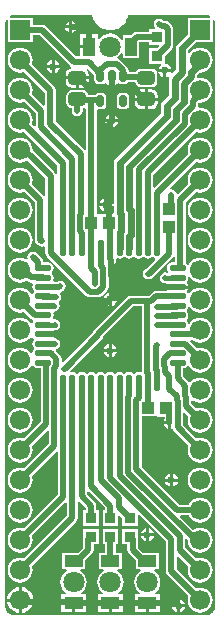
<source format=gbl>
G04*
G04 #@! TF.GenerationSoftware,Altium Limited,Altium Designer,21.0.8 (223)*
G04*
G04 Layer_Physical_Order=2*
G04 Layer_Color=16711680*
%FSLAX25Y25*%
%MOIN*%
G70*
G04*
G04 #@! TF.SameCoordinates,A92B238D-CFD9-4CD7-8B95-F340C1F2EFB7*
G04*
G04*
G04 #@! TF.FilePolarity,Positive*
G04*
G01*
G75*
%ADD14C,0.01968*%
%ADD15C,0.01575*%
%ADD16C,0.06693*%
%ADD17R,0.06693X0.06693*%
%ADD18C,0.07087*%
%ADD19C,0.02362*%
%ADD20C,0.01968*%
G04:AMPARAMS|DCode=21|XSize=45.28mil|YSize=57.09mil|CornerRadius=11.32mil|HoleSize=0mil|Usage=FLASHONLY|Rotation=270.000|XOffset=0mil|YOffset=0mil|HoleType=Round|Shape=RoundedRectangle|*
%AMROUNDEDRECTD21*
21,1,0.04528,0.03445,0,0,270.0*
21,1,0.02264,0.05709,0,0,270.0*
1,1,0.02264,-0.01722,-0.01132*
1,1,0.02264,-0.01722,0.01132*
1,1,0.02264,0.01722,0.01132*
1,1,0.02264,0.01722,-0.01132*
%
%ADD21ROUNDEDRECTD21*%
%ADD22R,0.04134X0.03937*%
G04:AMPARAMS|DCode=23|XSize=23.62mil|YSize=39.37mil|CornerRadius=5.91mil|HoleSize=0mil|Usage=FLASHONLY|Rotation=0.000|XOffset=0mil|YOffset=0mil|HoleType=Round|Shape=RoundedRectangle|*
%AMROUNDEDRECTD23*
21,1,0.02362,0.02756,0,0,0.0*
21,1,0.01181,0.03937,0,0,0.0*
1,1,0.01181,0.00591,-0.01378*
1,1,0.01181,-0.00591,-0.01378*
1,1,0.01181,-0.00591,0.01378*
1,1,0.01181,0.00591,0.01378*
%
%ADD23ROUNDEDRECTD23*%
%ADD24R,0.03937X0.06299*%
%ADD25R,0.06299X0.03937*%
%ADD26R,0.03740X0.03543*%
%ADD27O,0.05512X0.02165*%
%ADD28O,0.02165X0.05512*%
%ADD29R,0.03937X0.04134*%
%ADD30C,0.02362*%
G36*
X68869Y200866D02*
X69412Y200641D01*
X69423Y200634D01*
X69271Y200134D01*
X61866D01*
Y194705D01*
X58495Y191334D01*
X58060Y190683D01*
X57908Y189915D01*
Y182717D01*
X56721Y181530D01*
X56285Y181801D01*
X56328Y182021D01*
X54704D01*
Y180396D01*
X55055Y180466D01*
X55278Y180615D01*
X55638Y180254D01*
X55591Y180184D01*
X55439Y179416D01*
Y174145D01*
X53360Y172067D01*
X52925Y171416D01*
X52772Y170648D01*
Y168179D01*
X37730Y153137D01*
X37295Y152486D01*
X37143Y151718D01*
Y138158D01*
X36643Y138109D01*
X36555Y138551D01*
X36072Y139272D01*
X35351Y139754D01*
X35000Y139824D01*
Y137700D01*
Y135576D01*
X35351Y135645D01*
X36072Y136127D01*
X36555Y136849D01*
X36643Y137291D01*
X37143Y137242D01*
Y135075D01*
X36694Y134768D01*
X36105D01*
Y131800D01*
X35105D01*
Y134768D01*
X32539D01*
Y134556D01*
X31506D01*
Y169179D01*
X32006Y169576D01*
X32169Y169544D01*
X33350D01*
X33888Y169651D01*
X34344Y169955D01*
X34648Y170411D01*
X34755Y170949D01*
Y173705D01*
X34648Y174242D01*
X34344Y174698D01*
X33888Y175003D01*
X33350Y175110D01*
X32169D01*
X31632Y175003D01*
X31176Y174698D01*
X31009Y174448D01*
X28608D01*
X28530Y174837D01*
X28106Y175472D01*
X27471Y175897D01*
X26722Y176046D01*
X23278D01*
X22529Y175897D01*
X21894Y175472D01*
X21470Y174837D01*
X21321Y174089D01*
Y171825D01*
X21470Y171076D01*
X21894Y170441D01*
X22529Y170017D01*
X23194Y169885D01*
Y169078D01*
X23331Y168386D01*
X23723Y167800D01*
X24309Y167409D01*
X25000Y167271D01*
X25691Y167409D01*
X26277Y167800D01*
X26669Y168386D01*
X26806Y169078D01*
Y169885D01*
X27394Y170001D01*
X27894Y169772D01*
Y156242D01*
X27567Y156089D01*
X27394Y156069D01*
X17878Y165585D01*
Y175928D01*
X17741Y176620D01*
X17349Y177206D01*
X9912Y184643D01*
X10028Y184921D01*
X10170Y186000D01*
X10028Y187079D01*
X9611Y188085D01*
X8948Y188948D01*
X8085Y189611D01*
X7079Y190027D01*
X6000Y190170D01*
X4921Y190027D01*
X3915Y189611D01*
X3052Y188948D01*
X2389Y188085D01*
X1973Y187079D01*
X1830Y186000D01*
X1973Y184921D01*
X2389Y183915D01*
X3052Y183052D01*
X3915Y182389D01*
X4921Y181973D01*
X6000Y181831D01*
X7079Y181973D01*
X7358Y182088D01*
X14266Y175180D01*
Y170996D01*
X13766Y170789D01*
X9912Y174643D01*
X10028Y174921D01*
X10170Y176000D01*
X10028Y177079D01*
X9611Y178085D01*
X8948Y178948D01*
X8085Y179611D01*
X7079Y180027D01*
X6000Y180169D01*
X4921Y180027D01*
X3915Y179611D01*
X3052Y178948D01*
X2389Y178085D01*
X1973Y177079D01*
X1830Y176000D01*
X1973Y174921D01*
X2389Y173915D01*
X3052Y173052D01*
X3915Y172389D01*
X4921Y171973D01*
X6000Y171830D01*
X7079Y171973D01*
X7358Y172088D01*
X11116Y168330D01*
Y164146D01*
X10616Y163939D01*
X9912Y164643D01*
X10028Y164921D01*
X10170Y166000D01*
X10028Y167079D01*
X9611Y168085D01*
X8948Y168948D01*
X8085Y169611D01*
X7079Y170027D01*
X6000Y170169D01*
X4921Y170027D01*
X3915Y169611D01*
X3052Y168948D01*
X2389Y168085D01*
X1973Y167079D01*
X1830Y166000D01*
X1973Y164921D01*
X2389Y163915D01*
X3052Y163052D01*
X3915Y162389D01*
X4921Y161973D01*
X6000Y161830D01*
X7079Y161973D01*
X7358Y162088D01*
X18347Y151098D01*
Y147950D01*
X17847Y147900D01*
X17819Y148041D01*
X17428Y148627D01*
X10513Y155542D01*
X10142Y155790D01*
X10170Y156000D01*
X10028Y157079D01*
X9611Y158085D01*
X8948Y158948D01*
X8085Y159611D01*
X7079Y160027D01*
X6000Y160169D01*
X4921Y160027D01*
X3915Y159611D01*
X3052Y158948D01*
X2389Y158085D01*
X1973Y157079D01*
X1830Y156000D01*
X1973Y154921D01*
X2389Y153915D01*
X3052Y153052D01*
X3915Y152389D01*
X4921Y151973D01*
X6000Y151830D01*
X7079Y151973D01*
X8085Y152389D01*
X8347Y152591D01*
X8357Y152589D01*
X14344Y146601D01*
Y140899D01*
X13844Y140710D01*
X9912Y144642D01*
X10028Y144921D01*
X10170Y146000D01*
X10028Y147079D01*
X9611Y148085D01*
X8948Y148948D01*
X8085Y149611D01*
X7079Y150027D01*
X6000Y150170D01*
X4921Y150027D01*
X3915Y149611D01*
X3052Y148948D01*
X2389Y148085D01*
X1973Y147079D01*
X1830Y146000D01*
X1973Y144921D01*
X2389Y143915D01*
X3052Y143052D01*
X3915Y142389D01*
X4921Y141973D01*
X6000Y141831D01*
X7079Y141973D01*
X7358Y142088D01*
X10894Y138552D01*
Y125997D01*
X11031Y125306D01*
X11423Y124720D01*
X11871Y124271D01*
X12457Y123880D01*
X13149Y123742D01*
X13840Y123880D01*
X13903Y123922D01*
X14344Y123686D01*
Y121734D01*
X14481Y121043D01*
X14873Y120457D01*
X27863Y107467D01*
X28449Y107075D01*
X29141Y106938D01*
X32041D01*
X32733Y107075D01*
X33319Y107467D01*
X34933Y109081D01*
X35325Y109667D01*
X35462Y110359D01*
Y116593D01*
X35341Y117201D01*
X35500Y117445D01*
Y119602D01*
X36500D01*
Y117679D01*
X36774Y117733D01*
X37431Y118172D01*
X37869Y118828D01*
X38023Y119602D01*
X38020Y119620D01*
X38474Y119897D01*
X39150Y119763D01*
X39879Y119908D01*
X40395Y120253D01*
X40724Y120293D01*
X41053Y120253D01*
X41570Y119908D01*
X42299Y119763D01*
X43029Y119908D01*
X43545Y120253D01*
X43874Y120293D01*
X44203Y120253D01*
X44719Y119908D01*
X45449Y119763D01*
X46178Y119908D01*
X46695Y120253D01*
X47024Y120293D01*
X47353Y120253D01*
X47869Y119908D01*
X48598Y119763D01*
X49328Y119908D01*
X49844Y120253D01*
X50173Y120293D01*
X50502Y120253D01*
X50864Y120011D01*
X51001Y119440D01*
X47928Y116367D01*
X47907Y116363D01*
X47321Y115972D01*
X46930Y115386D01*
X46792Y114694D01*
X46930Y114003D01*
X47321Y113417D01*
X47907Y113025D01*
X48598Y112888D01*
X48810D01*
X49501Y113025D01*
X50087Y113417D01*
X56877Y120207D01*
X57034Y120442D01*
X57534Y120290D01*
Y118556D01*
X56768D01*
X56038Y118411D01*
X55419Y117998D01*
X55006Y117379D01*
X54861Y116650D01*
X55006Y115920D01*
X55283Y115506D01*
X55279Y115486D01*
X55265Y115455D01*
X54955Y115096D01*
X54400Y115206D01*
X53709Y115069D01*
X53123Y114677D01*
X52731Y114091D01*
X52594Y113400D01*
X52731Y112709D01*
X53123Y112123D01*
X53709Y111731D01*
X54400Y111594D01*
X54506Y111615D01*
X54807Y111165D01*
X54806Y111163D01*
X54744Y110850D01*
X58441D01*
X62138D01*
X62076Y111163D01*
X61708Y111714D01*
X61462Y112152D01*
X61876Y112770D01*
X62021Y113500D01*
X62001Y113600D01*
X62469Y113811D01*
X63052Y113052D01*
X63915Y112389D01*
X64921Y111973D01*
X66000Y111830D01*
X67079Y111973D01*
X68085Y112389D01*
X68948Y113052D01*
X69611Y113915D01*
X70027Y114921D01*
X70170Y116000D01*
X70027Y117079D01*
X69611Y118085D01*
X68948Y118948D01*
X68085Y119611D01*
X67079Y120027D01*
X66000Y120169D01*
X64921Y120027D01*
X63915Y119611D01*
X63052Y118948D01*
X62389Y118085D01*
X62242Y117731D01*
X61678Y117675D01*
X61462Y117998D01*
X61146Y118209D01*
Y138592D01*
X64642Y142088D01*
X64921Y141973D01*
X66000Y141831D01*
X67079Y141973D01*
X68085Y142389D01*
X68948Y143052D01*
X69611Y143915D01*
X70027Y144921D01*
X70170Y146000D01*
X70027Y147079D01*
X69611Y148085D01*
X68948Y148948D01*
X68085Y149611D01*
X67079Y150027D01*
X66000Y150170D01*
X64921Y150027D01*
X63915Y149611D01*
X63052Y148948D01*
X62389Y148085D01*
X61973Y147079D01*
X61831Y146000D01*
X61973Y144921D01*
X62088Y144642D01*
X58714Y141269D01*
X58172Y141433D01*
X58124Y141674D01*
X57685Y142331D01*
X57029Y142769D01*
X56255Y142923D01*
X56167Y142906D01*
X55921Y143367D01*
X64642Y152088D01*
X64921Y151973D01*
X66000Y151830D01*
X67079Y151973D01*
X68085Y152389D01*
X68948Y153052D01*
X69611Y153915D01*
X70027Y154921D01*
X70170Y156000D01*
X70027Y157079D01*
X69611Y158085D01*
X68948Y158948D01*
X68085Y159611D01*
X67079Y160027D01*
X66000Y160169D01*
X64921Y160027D01*
X63915Y159611D01*
X63052Y158948D01*
X62389Y158085D01*
X61973Y157079D01*
X61831Y156000D01*
X61973Y154921D01*
X62088Y154642D01*
X50905Y143459D01*
X50405Y143667D01*
Y147850D01*
X64642Y162088D01*
X64921Y161973D01*
X66000Y161830D01*
X67079Y161973D01*
X68085Y162389D01*
X68948Y163052D01*
X69611Y163915D01*
X70027Y164921D01*
X70170Y166000D01*
X70027Y167079D01*
X69611Y168085D01*
X68948Y168948D01*
X68085Y169611D01*
X67079Y170027D01*
X66000Y170169D01*
X65735Y170135D01*
X65314Y170583D01*
X65354Y170786D01*
Y171521D01*
X65703Y171870D01*
X66000Y171830D01*
X67079Y171973D01*
X68085Y172389D01*
X68948Y173052D01*
X69611Y173915D01*
X70027Y174921D01*
X70170Y176000D01*
X70027Y177079D01*
X69611Y178085D01*
X68948Y178948D01*
X68085Y179611D01*
X67079Y180027D01*
X66000Y180169D01*
X65388Y180089D01*
X65046Y180454D01*
X65071Y180581D01*
Y181061D01*
X65859Y181849D01*
X66000Y181831D01*
X67079Y181973D01*
X68085Y182389D01*
X68948Y183052D01*
X69611Y183915D01*
X70027Y184921D01*
X70170Y186000D01*
X70027Y187079D01*
X69611Y188085D01*
X68948Y188948D01*
X68085Y189611D01*
X67079Y190027D01*
X66000Y190170D01*
X64921Y190027D01*
X63915Y189611D01*
X63052Y188948D01*
X62695Y188483D01*
X62016Y188399D01*
X61922Y188473D01*
Y189083D01*
X64705Y191866D01*
X70134D01*
Y199271D01*
X70634Y199423D01*
X70641Y199412D01*
X70866Y198869D01*
X70981Y198293D01*
Y198000D01*
Y4000D01*
Y3706D01*
X70866Y3131D01*
X70641Y2588D01*
X70315Y2100D01*
X69900Y1685D01*
X69412Y1359D01*
X68869Y1134D01*
X68294Y1020D01*
X3706D01*
X3131Y1134D01*
X2588Y1359D01*
X2100Y1685D01*
X1685Y2100D01*
X1359Y2588D01*
X1134Y3131D01*
X1020Y3706D01*
Y4000D01*
Y198000D01*
Y198294D01*
X1134Y198869D01*
X1359Y199412D01*
X1366Y199423D01*
X1866Y199271D01*
Y191866D01*
X10134D01*
Y194194D01*
X12445D01*
X22534Y184105D01*
X22988Y183801D01*
X22930Y183280D01*
X22446Y183183D01*
X21741Y182712D01*
X21269Y182007D01*
X21104Y181175D01*
Y180543D01*
X25000D01*
Y180043D01*
D01*
Y180543D01*
X28896D01*
Y181175D01*
X28731Y182007D01*
X28259Y182712D01*
X28148Y182787D01*
X28241Y183326D01*
X28320Y183346D01*
X30764Y180902D01*
Y179295D01*
X30871Y178758D01*
X31176Y178302D01*
X31632Y177997D01*
X32169Y177890D01*
X33350D01*
X33888Y177997D01*
X34344Y178302D01*
X34818Y178112D01*
X35289Y177797D01*
X35909Y177674D01*
X36000D01*
Y180673D01*
X37000D01*
Y177674D01*
X37091D01*
X37711Y177797D01*
X38182Y178112D01*
X38656Y178302D01*
X39112Y177997D01*
X39650Y177890D01*
X40831D01*
X41368Y177997D01*
X41824Y178302D01*
X41991Y178552D01*
X44392D01*
X44470Y178163D01*
X44894Y177528D01*
X45529Y177103D01*
X46278Y176954D01*
X49722D01*
X50471Y177103D01*
X51106Y177528D01*
X51530Y178163D01*
X51679Y178911D01*
Y181175D01*
X51530Y181924D01*
X51106Y182559D01*
X50471Y182983D01*
X49722Y183132D01*
X46278D01*
X45529Y182983D01*
X44894Y182559D01*
X44630Y182165D01*
X42213D01*
X42129Y182589D01*
X41992Y182793D01*
X41909Y183212D01*
X41517Y183798D01*
X39428Y185888D01*
X38842Y186279D01*
X38518Y186343D01*
X38394Y186878D01*
X39089Y187411D01*
X39744Y188265D01*
X39915Y188261D01*
X40244Y188124D01*
Y186563D01*
X45756D01*
Y191882D01*
X45767Y191894D01*
X48943D01*
Y191141D01*
X52231D01*
X52422Y190679D01*
X51703Y189960D01*
X48943D01*
Y184842D01*
X52852D01*
X53004Y184342D01*
X52631Y184093D01*
X52149Y183372D01*
X52079Y183021D01*
X56328D01*
X56258Y183372D01*
X55776Y184093D01*
X55055Y184575D01*
X54678Y184650D01*
X54258Y184842D01*
X54258Y185226D01*
Y187405D01*
X56519Y189667D01*
X56911Y190253D01*
X57048Y190944D01*
Y196205D01*
X56911Y196897D01*
X56519Y197483D01*
X55481Y198521D01*
X54895Y198912D01*
X54204Y199050D01*
X53905D01*
X53656Y199299D01*
X53070Y199690D01*
X52378Y199828D01*
X51687Y199690D01*
X51101Y199299D01*
X50709Y198713D01*
X50572Y198022D01*
X50709Y197330D01*
X51091Y196759D01*
X51050Y196540D01*
X50933Y196259D01*
X48943D01*
Y195506D01*
X45019D01*
X44328Y195369D01*
X43742Y194977D01*
X43201Y194437D01*
X40244D01*
Y192876D01*
X39915Y192739D01*
X39744Y192735D01*
X39089Y193589D01*
X38184Y194283D01*
X37130Y194719D01*
X36000Y194868D01*
X34870Y194719D01*
X33816Y194283D01*
X32911Y193589D01*
X32469Y193012D01*
X31969Y193181D01*
Y194650D01*
X29500D01*
Y190500D01*
X29000D01*
Y190000D01*
X26032D01*
Y187188D01*
X24559D01*
X14470Y197277D01*
X13884Y197669D01*
X13193Y197806D01*
X10134D01*
Y200134D01*
X2729D01*
X2577Y200634D01*
X2588Y200641D01*
X3131Y200866D01*
X3706Y200980D01*
X29987D01*
X29999Y200952D01*
X30003Y200910D01*
X30026Y200830D01*
X30031Y200747D01*
X30178Y200184D01*
X30216Y200105D01*
X30236Y200020D01*
X30716Y198963D01*
X30784Y198868D01*
X30836Y198763D01*
X31543Y197843D01*
X31631Y197766D01*
X31705Y197676D01*
X32602Y196940D01*
X32705Y196885D01*
X32798Y196814D01*
X33839Y196301D01*
X33952Y196271D01*
X34058Y196223D01*
X35188Y195960D01*
X35305Y195956D01*
X35420Y195933D01*
X36580D01*
X36695Y195956D01*
X36812Y195960D01*
X37942Y196223D01*
X38048Y196271D01*
X38161Y196301D01*
X39202Y196814D01*
X39295Y196885D01*
X39398Y196940D01*
X40295Y197676D01*
X40369Y197766D01*
X40457Y197843D01*
X41164Y198763D01*
X41216Y198868D01*
X41284Y198963D01*
X41764Y200020D01*
X41780Y200090D01*
X41814Y200153D01*
X41978Y200712D01*
X41991Y200857D01*
X42016Y200980D01*
X68293D01*
X68869Y200866D01*
D02*
G37*
%LPC*%
G36*
X23400Y199000D02*
Y197576D01*
X24824D01*
X24769Y197851D01*
X24331Y198507D01*
X23674Y198945D01*
X23400Y199000D01*
D02*
G37*
G36*
X22400D02*
X22126Y198945D01*
X21469Y198507D01*
X21031Y197851D01*
X20976Y197576D01*
X22400D01*
Y199000D01*
D02*
G37*
G36*
X24824Y196576D02*
X23400D01*
Y195153D01*
X23674Y195207D01*
X24331Y195646D01*
X24769Y196302D01*
X24824Y196576D01*
D02*
G37*
G36*
X22400D02*
X20976D01*
X21031Y196302D01*
X21469Y195646D01*
X22126Y195207D01*
X22400Y195153D01*
Y196576D01*
D02*
G37*
G36*
X28500Y194650D02*
X26032D01*
Y191000D01*
X28500D01*
Y194650D01*
D02*
G37*
G36*
X17500Y185925D02*
Y184301D01*
X19124D01*
X19055Y184652D01*
X18573Y185374D01*
X17851Y185856D01*
X17500Y185925D01*
D02*
G37*
G36*
X16500D02*
X16149Y185856D01*
X15428Y185374D01*
X14945Y184652D01*
X14876Y184301D01*
X16500D01*
Y185925D01*
D02*
G37*
G36*
X19124Y183301D02*
X17500D01*
Y181677D01*
X17851Y181746D01*
X18573Y182229D01*
X19055Y182950D01*
X19124Y183301D01*
D02*
G37*
G36*
X16500D02*
X14876D01*
X14945Y182950D01*
X15428Y182229D01*
X16149Y181746D01*
X16500Y181677D01*
Y183301D01*
D02*
G37*
G36*
X53704Y182021D02*
X52079D01*
X52149Y181670D01*
X52631Y180948D01*
X53353Y180466D01*
X53704Y180396D01*
Y182021D01*
D02*
G37*
G36*
X28896Y179543D02*
X25500D01*
Y176738D01*
X26722D01*
X27554Y176903D01*
X28259Y177374D01*
X28731Y178080D01*
X28896Y178911D01*
Y179543D01*
D02*
G37*
G36*
X24500D02*
X21104D01*
Y178911D01*
X21269Y178080D01*
X21741Y177374D01*
X22446Y176903D01*
X23278Y176738D01*
X24500D01*
Y179543D01*
D02*
G37*
G36*
X49722Y176262D02*
X48500D01*
Y173457D01*
X51896D01*
Y174089D01*
X51731Y174920D01*
X51259Y175626D01*
X50554Y176097D01*
X49722Y176262D01*
D02*
G37*
G36*
X47500D02*
X46278D01*
X45446Y176097D01*
X44741Y175626D01*
X44269Y174920D01*
X44104Y174089D01*
Y173457D01*
X47500D01*
Y176262D01*
D02*
G37*
G36*
X51896Y172457D02*
X48500D01*
Y169651D01*
X49722D01*
X50554Y169817D01*
X51259Y170288D01*
X51731Y170993D01*
X51896Y171825D01*
Y172457D01*
D02*
G37*
G36*
X47500D02*
X44104D01*
Y171825D01*
X44269Y170993D01*
X44741Y170288D01*
X45446Y169817D01*
X46278Y169651D01*
X47500D01*
Y172457D01*
D02*
G37*
G36*
X40831Y175110D02*
X39650D01*
X39112Y175003D01*
X38656Y174698D01*
X38352Y174242D01*
X38245Y173705D01*
Y170949D01*
X38352Y170411D01*
X38656Y169955D01*
X39112Y169651D01*
X39650Y169544D01*
X40831D01*
X41368Y169651D01*
X41824Y169955D01*
X42129Y170411D01*
X42236Y170949D01*
Y173705D01*
X42129Y174242D01*
X41824Y174698D01*
X41368Y175003D01*
X40831Y175110D01*
D02*
G37*
G36*
X37000Y167870D02*
Y166245D01*
X38624D01*
X38555Y166596D01*
X38072Y167318D01*
X37351Y167800D01*
X37000Y167870D01*
D02*
G37*
G36*
X36000D02*
X35649Y167800D01*
X34927Y167318D01*
X34445Y166596D01*
X34376Y166245D01*
X36000D01*
Y167870D01*
D02*
G37*
G36*
X38624Y165245D02*
X37000D01*
Y163621D01*
X37351Y163691D01*
X38072Y164173D01*
X38555Y164894D01*
X38624Y165245D01*
D02*
G37*
G36*
X36000D02*
X34376D01*
X34445Y164894D01*
X34927Y164173D01*
X35649Y163691D01*
X36000Y163621D01*
Y165245D01*
D02*
G37*
G36*
X34000Y139824D02*
X33649Y139754D01*
X32928Y139272D01*
X32445Y138551D01*
X32376Y138200D01*
X34000D01*
Y139824D01*
D02*
G37*
G36*
Y137200D02*
X32376D01*
X32445Y136849D01*
X32928Y136127D01*
X33649Y135645D01*
X34000Y135576D01*
Y137200D01*
D02*
G37*
G36*
X66000Y140170D02*
X64921Y140027D01*
X63915Y139611D01*
X63052Y138948D01*
X62389Y138085D01*
X61973Y137079D01*
X61831Y136000D01*
X61973Y134921D01*
X62389Y133915D01*
X63052Y133052D01*
X63915Y132389D01*
X64921Y131973D01*
X66000Y131831D01*
X67079Y131973D01*
X68085Y132389D01*
X68948Y133052D01*
X69611Y133915D01*
X70027Y134921D01*
X70170Y136000D01*
X70027Y137079D01*
X69611Y138085D01*
X68948Y138948D01*
X68085Y139611D01*
X67079Y140027D01*
X66000Y140170D01*
D02*
G37*
G36*
X6000D02*
X4921Y140027D01*
X3915Y139611D01*
X3052Y138948D01*
X2389Y138085D01*
X1973Y137079D01*
X1830Y136000D01*
X1973Y134921D01*
X2389Y133915D01*
X3052Y133052D01*
X3915Y132389D01*
X4921Y131973D01*
X6000Y131831D01*
X7079Y131973D01*
X8085Y132389D01*
X8948Y133052D01*
X9611Y133915D01*
X10028Y134921D01*
X10170Y136000D01*
X10028Y137079D01*
X9611Y138085D01*
X8948Y138948D01*
X8085Y139611D01*
X7079Y140027D01*
X6000Y140170D01*
D02*
G37*
G36*
X66000Y130169D02*
X64921Y130027D01*
X63915Y129611D01*
X63052Y128948D01*
X62389Y128085D01*
X61973Y127079D01*
X61831Y126000D01*
X61973Y124921D01*
X62389Y123915D01*
X63052Y123052D01*
X63915Y122389D01*
X64921Y121973D01*
X66000Y121830D01*
X67079Y121973D01*
X68085Y122389D01*
X68948Y123052D01*
X69611Y123915D01*
X70027Y124921D01*
X70170Y126000D01*
X70027Y127079D01*
X69611Y128085D01*
X68948Y128948D01*
X68085Y129611D01*
X67079Y130027D01*
X66000Y130169D01*
D02*
G37*
G36*
X6000D02*
X4921Y130027D01*
X3915Y129611D01*
X3052Y128948D01*
X2389Y128085D01*
X1973Y127079D01*
X1830Y126000D01*
X1973Y124921D01*
X2389Y123915D01*
X3052Y123052D01*
X3915Y122389D01*
X4921Y121973D01*
X6000Y121830D01*
X7079Y121973D01*
X8085Y122389D01*
X8948Y123052D01*
X9611Y123915D01*
X10028Y124921D01*
X10170Y126000D01*
X10028Y127079D01*
X9611Y128085D01*
X8948Y128948D01*
X8085Y129611D01*
X7079Y130027D01*
X6000Y130169D01*
D02*
G37*
G36*
X10200Y122106D02*
X9509Y121969D01*
X8923Y121577D01*
X8531Y120991D01*
X8394Y120300D01*
X8463Y119951D01*
X8242Y119752D01*
X8015Y119640D01*
X7079Y120027D01*
X6000Y120169D01*
X4921Y120027D01*
X3915Y119611D01*
X3052Y118948D01*
X2389Y118085D01*
X1973Y117079D01*
X1830Y116000D01*
X1973Y114921D01*
X2389Y113915D01*
X3052Y113052D01*
X3915Y112389D01*
X4921Y111973D01*
X6000Y111830D01*
X7079Y111973D01*
X8085Y112389D01*
X8226Y112498D01*
X8463Y112260D01*
X9049Y111869D01*
X9741Y111731D01*
X9958D01*
X10225Y111231D01*
X10124Y111080D01*
X9979Y110350D01*
X10124Y109621D01*
X10538Y109002D01*
Y108549D01*
X10181Y108015D01*
X9855Y107984D01*
X9634Y108028D01*
X9611Y108085D01*
X8948Y108948D01*
X8085Y109611D01*
X7079Y110027D01*
X6000Y110169D01*
X4921Y110027D01*
X3915Y109611D01*
X3052Y108948D01*
X2389Y108085D01*
X1973Y107079D01*
X1830Y106000D01*
X1973Y104921D01*
X2389Y103915D01*
X3052Y103052D01*
X3915Y102389D01*
X4921Y101973D01*
X6000Y101830D01*
X7079Y101973D01*
X7287Y102059D01*
X9684Y99662D01*
X10118Y99372D01*
X10297Y98874D01*
X10306Y98753D01*
X10124Y98482D01*
X10080Y98259D01*
X9845Y98172D01*
X9551Y98163D01*
X8948Y98948D01*
X8085Y99611D01*
X7079Y100027D01*
X6000Y100170D01*
X4921Y100027D01*
X3915Y99611D01*
X3052Y98948D01*
X2389Y98085D01*
X1973Y97079D01*
X1830Y96000D01*
X1973Y94921D01*
X2389Y93915D01*
X3052Y93052D01*
X3915Y92389D01*
X4921Y91973D01*
X6000Y91830D01*
X7079Y91973D01*
X8085Y92389D01*
X8948Y93052D01*
X9437Y93688D01*
X9558Y93713D01*
X10018Y93649D01*
X10292Y93239D01*
X10538Y92801D01*
X10124Y92182D01*
X9979Y91453D01*
X10124Y90723D01*
X10469Y90207D01*
X10510Y89878D01*
X10469Y89549D01*
X10124Y89033D01*
X9999Y88401D01*
X9696Y88264D01*
X9495Y88236D01*
X8948Y88948D01*
X8085Y89611D01*
X7079Y90027D01*
X6000Y90170D01*
X4921Y90027D01*
X3915Y89611D01*
X3052Y88948D01*
X2389Y88085D01*
X1973Y87079D01*
X1830Y86000D01*
X1973Y84921D01*
X2389Y83915D01*
X3052Y83052D01*
X3915Y82389D01*
X4921Y81973D01*
X6000Y81831D01*
X7079Y81973D01*
X8085Y82389D01*
X8948Y83052D01*
X9611Y83915D01*
X9708Y84149D01*
X10272Y84203D01*
X10538Y83805D01*
X11156Y83392D01*
X11886Y83247D01*
X12794D01*
Y65348D01*
X7358Y59912D01*
X7079Y60027D01*
X6000Y60170D01*
X4921Y60027D01*
X3915Y59611D01*
X3052Y58948D01*
X2389Y58085D01*
X1973Y57079D01*
X1830Y56000D01*
X1973Y54921D01*
X2389Y53915D01*
X3052Y53052D01*
X3915Y52389D01*
X4921Y51973D01*
X6000Y51831D01*
X7079Y51973D01*
X8085Y52389D01*
X8948Y53052D01*
X9611Y53915D01*
X10028Y54921D01*
X10170Y56000D01*
X10028Y57079D01*
X9912Y57358D01*
X15129Y62575D01*
X15591Y62383D01*
Y58146D01*
X7358Y49912D01*
X7079Y50027D01*
X6000Y50169D01*
X4921Y50027D01*
X3915Y49611D01*
X3052Y48948D01*
X2389Y48085D01*
X1973Y47079D01*
X1830Y46000D01*
X1973Y44921D01*
X2389Y43915D01*
X3052Y43052D01*
X3915Y42389D01*
X4921Y41973D01*
X6000Y41831D01*
X7079Y41973D01*
X8085Y42389D01*
X8948Y43052D01*
X9611Y43915D01*
X10028Y44921D01*
X10170Y46000D01*
X10028Y47079D01*
X9912Y47357D01*
X17984Y55429D01*
X18446Y55238D01*
Y41000D01*
X7358Y29912D01*
X7079Y30027D01*
X6000Y30169D01*
X4921Y30027D01*
X3915Y29611D01*
X3052Y28948D01*
X2389Y28085D01*
X1973Y27079D01*
X1830Y26000D01*
X1973Y24921D01*
X2389Y23915D01*
X3052Y23052D01*
X3915Y22389D01*
X4921Y21973D01*
X6000Y21831D01*
X7079Y21973D01*
X8085Y22389D01*
X8948Y23052D01*
X9611Y23915D01*
X10028Y24921D01*
X10170Y26000D01*
X10028Y27079D01*
X9912Y27358D01*
X21095Y38541D01*
X21595Y38333D01*
Y34150D01*
X7358Y19912D01*
X7079Y20027D01*
X6000Y20169D01*
X4921Y20027D01*
X3915Y19611D01*
X3052Y18948D01*
X2389Y18085D01*
X1973Y17079D01*
X1830Y16000D01*
X1973Y14921D01*
X2389Y13915D01*
X3052Y13052D01*
X3915Y12389D01*
X4921Y11972D01*
X6000Y11830D01*
X7079Y11972D01*
X8085Y12389D01*
X8948Y13052D01*
X9611Y13915D01*
X10028Y14921D01*
X10170Y16000D01*
X10028Y17079D01*
X9912Y17358D01*
X24679Y32124D01*
X25070Y32710D01*
X25208Y33402D01*
Y38633D01*
X25708Y38840D01*
X27794Y36754D01*
Y35958D01*
X26943D01*
Y30840D01*
X32258D01*
Y35958D01*
X31406D01*
Y37503D01*
X31269Y38194D01*
X30877Y38780D01*
X28357Y41300D01*
Y41983D01*
X28857Y42190D01*
X34294Y36754D01*
Y35958D01*
X33443D01*
Y30840D01*
X38758D01*
Y33935D01*
X39219Y34127D01*
X39942Y33404D01*
Y30840D01*
X45257D01*
Y34253D01*
X45719Y34445D01*
X54594Y25570D01*
Y15600D01*
X54731Y14909D01*
X55123Y14323D01*
X62088Y7358D01*
X61973Y7079D01*
X61831Y6000D01*
X61973Y4921D01*
X62389Y3915D01*
X63052Y3052D01*
X63915Y2389D01*
X64921Y1973D01*
X66000Y1830D01*
X67079Y1973D01*
X68085Y2389D01*
X68948Y3052D01*
X69611Y3915D01*
X70027Y4921D01*
X70170Y6000D01*
X70027Y7079D01*
X69611Y8085D01*
X68948Y8948D01*
X68085Y9611D01*
X67079Y10028D01*
X66000Y10170D01*
X64921Y10028D01*
X64642Y9912D01*
X58206Y16348D01*
Y20586D01*
X58668Y20777D01*
X62088Y17358D01*
X61973Y17079D01*
X61831Y16000D01*
X61973Y14921D01*
X62389Y13915D01*
X63052Y13052D01*
X63915Y12389D01*
X64921Y11972D01*
X66000Y11830D01*
X67079Y11972D01*
X68085Y12389D01*
X68948Y13052D01*
X69611Y13915D01*
X70027Y14921D01*
X70170Y16000D01*
X70027Y17079D01*
X69611Y18085D01*
X68948Y18948D01*
X68085Y19611D01*
X67079Y20027D01*
X66000Y20169D01*
X64921Y20027D01*
X64642Y19912D01*
X60962Y23592D01*
Y26343D01*
X61424Y26535D01*
X61845Y26114D01*
X61831Y26000D01*
X61973Y24921D01*
X62389Y23915D01*
X63052Y23052D01*
X63915Y22389D01*
X64921Y21973D01*
X66000Y21831D01*
X67079Y21973D01*
X68085Y22389D01*
X68948Y23052D01*
X69611Y23915D01*
X70027Y24921D01*
X70170Y26000D01*
X70027Y27079D01*
X69611Y28085D01*
X68948Y28948D01*
X68085Y29611D01*
X67079Y30027D01*
X66000Y30169D01*
X64921Y30027D01*
X63915Y29611D01*
X63656Y29412D01*
X59336Y33732D01*
X59528Y34194D01*
X62274D01*
X62389Y33915D01*
X63052Y33052D01*
X63915Y32389D01*
X64921Y31973D01*
X66000Y31830D01*
X67079Y31973D01*
X68085Y32389D01*
X68948Y33052D01*
X69611Y33915D01*
X70027Y34921D01*
X70170Y36000D01*
X70027Y37079D01*
X69611Y38085D01*
X68948Y38948D01*
X68085Y39611D01*
X67079Y40027D01*
X66000Y40170D01*
X64921Y40027D01*
X63915Y39611D01*
X63052Y38948D01*
X62389Y38085D01*
X62274Y37806D01*
X59159D01*
X46566Y50399D01*
Y67248D01*
X51437D01*
Y67035D01*
X54148D01*
X54299Y66535D01*
X54292Y66531D01*
X53854Y65874D01*
X53799Y65600D01*
X55723D01*
Y65100D01*
X56223D01*
Y63176D01*
X56231Y63178D01*
X56800Y62878D01*
X56810Y62830D01*
X57201Y62244D01*
X62088Y57358D01*
X61973Y57079D01*
X61831Y56000D01*
X61973Y54921D01*
X62389Y53915D01*
X63052Y53052D01*
X63915Y52389D01*
X64921Y51973D01*
X66000Y51831D01*
X67079Y51973D01*
X68085Y52389D01*
X68948Y53052D01*
X69611Y53915D01*
X70027Y54921D01*
X70170Y56000D01*
X70027Y57079D01*
X69611Y58085D01*
X68948Y58948D01*
X68085Y59611D01*
X67079Y60027D01*
X66000Y60170D01*
X64921Y60027D01*
X64642Y59912D01*
X60285Y64270D01*
Y68507D01*
X60747Y68699D01*
X62088Y67358D01*
X61973Y67079D01*
X61831Y66000D01*
X61973Y64921D01*
X62389Y63915D01*
X63052Y63052D01*
X63915Y62389D01*
X64921Y61973D01*
X66000Y61831D01*
X67079Y61973D01*
X68085Y62389D01*
X68948Y63052D01*
X69611Y63915D01*
X70027Y64921D01*
X70170Y66000D01*
X70027Y67079D01*
X69611Y68085D01*
X68948Y68948D01*
X68085Y69611D01*
X67079Y70027D01*
X66000Y70170D01*
X64921Y70027D01*
X64642Y69912D01*
X63041Y71514D01*
Y72430D01*
X63541Y72676D01*
X63915Y72389D01*
X64921Y71973D01*
X66000Y71830D01*
X67079Y71973D01*
X68085Y72389D01*
X68948Y73052D01*
X69611Y73915D01*
X70027Y74921D01*
X70170Y76000D01*
X70027Y77079D01*
X69611Y78085D01*
X68948Y78948D01*
X68085Y79611D01*
X67079Y80027D01*
X66000Y80169D01*
X64921Y80027D01*
X63915Y79611D01*
X63052Y78948D01*
X62778Y78592D01*
X62278Y78608D01*
X62159Y78786D01*
X60247Y80698D01*
Y83273D01*
X60844Y83392D01*
X61462Y83805D01*
X61729Y84203D01*
X62292Y84149D01*
X62389Y83915D01*
X63052Y83052D01*
X63915Y82389D01*
X64921Y81973D01*
X66000Y81831D01*
X67079Y81973D01*
X68085Y82389D01*
X68948Y83052D01*
X69611Y83915D01*
X70027Y84921D01*
X70170Y86000D01*
X70027Y87079D01*
X69611Y88085D01*
X68948Y88948D01*
X68085Y89611D01*
X67079Y90027D01*
X66000Y90170D01*
X64974Y90035D01*
X62692Y92316D01*
X62863Y92756D01*
X63344Y92827D01*
X63915Y92389D01*
X64921Y91973D01*
X66000Y91830D01*
X67079Y91973D01*
X68085Y92389D01*
X68948Y93052D01*
X69611Y93915D01*
X70027Y94921D01*
X70170Y96000D01*
X70027Y97079D01*
X69611Y98085D01*
X68948Y98948D01*
X68085Y99611D01*
X67079Y100027D01*
X66000Y100170D01*
X64921Y100027D01*
X63915Y99611D01*
X63052Y98948D01*
X62449Y98163D01*
X62154Y98172D01*
X61920Y98259D01*
X61876Y98482D01*
X61462Y99100D01*
Y99553D01*
X61876Y100172D01*
X62021Y100902D01*
X61876Y101631D01*
X61531Y102147D01*
X61490Y102476D01*
X61531Y102805D01*
X61876Y103322D01*
X61951Y103700D01*
X62048Y103748D01*
X62480Y103797D01*
X63052Y103052D01*
X63915Y102389D01*
X64921Y101973D01*
X66000Y101830D01*
X67079Y101973D01*
X68085Y102389D01*
X68948Y103052D01*
X69611Y103915D01*
X70027Y104921D01*
X70170Y106000D01*
X70027Y107079D01*
X69611Y108085D01*
X68948Y108948D01*
X68085Y109611D01*
X67079Y110027D01*
X66000Y110169D01*
X64921Y110027D01*
X63915Y109611D01*
X63052Y108948D01*
X62389Y108085D01*
X62366Y108028D01*
X62145Y107984D01*
X61819Y108015D01*
X61462Y108549D01*
X61708Y108986D01*
X62076Y109538D01*
X62138Y109850D01*
X58441D01*
X54744D01*
X54806Y109538D01*
X54866Y109448D01*
X54630Y109007D01*
X51201D01*
X50510Y108870D01*
X49924Y108478D01*
X48934Y107488D01*
X42982D01*
X42291Y107351D01*
X41705Y106959D01*
X30635Y95890D01*
X30243Y95303D01*
X30190Y95034D01*
X20355Y85199D01*
X19893Y85391D01*
Y86336D01*
X19756Y87027D01*
X19364Y87613D01*
X17828Y89149D01*
X17992Y89692D01*
X18191Y89731D01*
X18777Y90123D01*
X19169Y90709D01*
X19306Y91400D01*
X19169Y92091D01*
X18777Y92677D01*
X18762Y92692D01*
X18176Y93084D01*
X17485Y93221D01*
X17345D01*
X17109Y93662D01*
X17194Y93790D01*
X17256Y94102D01*
X13559D01*
Y95102D01*
X17256D01*
X17194Y95415D01*
X17094Y95565D01*
X17395Y96015D01*
X17500Y95994D01*
X18191Y96131D01*
X18777Y96523D01*
X19169Y97109D01*
X19306Y97800D01*
X19169Y98491D01*
X18777Y99077D01*
X18191Y99469D01*
X17500Y99606D01*
X17174Y99541D01*
X16873Y99992D01*
X16994Y100172D01*
X17139Y100902D01*
X16994Y101631D01*
X16984Y101646D01*
X17120Y101940D01*
X17284Y102097D01*
X17299Y102094D01*
X17990Y102231D01*
X18576Y102623D01*
X18968Y103209D01*
X19106Y103900D01*
Y104051D01*
X18968Y104742D01*
X18854Y104912D01*
X18996Y105601D01*
X19177Y105723D01*
X19569Y106309D01*
X19706Y107000D01*
X19569Y107691D01*
X19306Y108085D01*
X19475Y108609D01*
X19496Y108633D01*
X19742Y108681D01*
X20328Y109073D01*
X20677Y109423D01*
X21069Y110009D01*
X21206Y110700D01*
X21069Y111391D01*
X20677Y111977D01*
X20091Y112369D01*
X19400Y112506D01*
X18709Y112369D01*
X18391Y112157D01*
X17114D01*
X16879Y112598D01*
X16994Y112770D01*
X17139Y113500D01*
X16994Y114230D01*
X16649Y114746D01*
X16609Y115075D01*
X16649Y115404D01*
X16994Y115920D01*
X17139Y116650D01*
X16994Y117379D01*
X16580Y117998D01*
X15962Y118411D01*
X15232Y118556D01*
X13655D01*
Y118652D01*
X13517Y119343D01*
X13126Y119929D01*
X11477Y121577D01*
X10891Y121969D01*
X10200Y122106D01*
D02*
G37*
G36*
X36500Y108342D02*
Y106718D01*
X38124D01*
X38055Y107069D01*
X37573Y107790D01*
X36851Y108272D01*
X36500Y108342D01*
D02*
G37*
G36*
X35500D02*
X35149Y108272D01*
X34427Y107790D01*
X33945Y107069D01*
X33876Y106718D01*
X35500D01*
Y108342D01*
D02*
G37*
G36*
X38124Y105718D02*
X36500D01*
Y104093D01*
X36851Y104163D01*
X37573Y104645D01*
X38055Y105367D01*
X38124Y105718D01*
D02*
G37*
G36*
X35500D02*
X33876D01*
X33945Y105367D01*
X34427Y104645D01*
X35149Y104163D01*
X35500Y104093D01*
Y105718D01*
D02*
G37*
G36*
X6000Y80169D02*
X4921Y80027D01*
X3915Y79611D01*
X3052Y78948D01*
X2389Y78085D01*
X1973Y77079D01*
X1830Y76000D01*
X1973Y74921D01*
X2389Y73915D01*
X3052Y73052D01*
X3915Y72389D01*
X4921Y71973D01*
X6000Y71830D01*
X7079Y71973D01*
X8085Y72389D01*
X8948Y73052D01*
X9611Y73915D01*
X10028Y74921D01*
X10170Y76000D01*
X10028Y77079D01*
X9611Y78085D01*
X8948Y78948D01*
X8085Y79611D01*
X7079Y80027D01*
X6000Y80169D01*
D02*
G37*
G36*
X55223Y64600D02*
X53799D01*
X53854Y64326D01*
X54292Y63669D01*
X54949Y63231D01*
X55223Y63176D01*
Y64600D01*
D02*
G37*
G36*
X6000Y70170D02*
X4921Y70027D01*
X3915Y69611D01*
X3052Y68948D01*
X2389Y68085D01*
X1973Y67079D01*
X1830Y66000D01*
X1973Y64921D01*
X2389Y63915D01*
X3052Y63052D01*
X3915Y62389D01*
X4921Y61973D01*
X6000Y61831D01*
X7079Y61973D01*
X8085Y62389D01*
X8948Y63052D01*
X9611Y63915D01*
X10028Y64921D01*
X10170Y66000D01*
X10028Y67079D01*
X9611Y68085D01*
X8948Y68948D01*
X8085Y69611D01*
X7079Y70027D01*
X6000Y70170D01*
D02*
G37*
G36*
X56900Y48124D02*
Y46500D01*
X58524D01*
X58455Y46851D01*
X57973Y47572D01*
X57251Y48055D01*
X56900Y48124D01*
D02*
G37*
G36*
X55900D02*
X55549Y48055D01*
X54827Y47572D01*
X54346Y46851D01*
X54276Y46500D01*
X55900D01*
Y48124D01*
D02*
G37*
G36*
X58524Y45500D02*
X56900D01*
Y43876D01*
X57251Y43945D01*
X57973Y44427D01*
X58455Y45149D01*
X58524Y45500D01*
D02*
G37*
G36*
X55900D02*
X54276D01*
X54346Y45149D01*
X54827Y44427D01*
X55549Y43945D01*
X55900Y43876D01*
Y45500D01*
D02*
G37*
G36*
X66000Y50169D02*
X64921Y50027D01*
X63915Y49611D01*
X63052Y48948D01*
X62389Y48085D01*
X61973Y47079D01*
X61831Y46000D01*
X61973Y44921D01*
X62389Y43915D01*
X63052Y43052D01*
X63915Y42389D01*
X64921Y41973D01*
X66000Y41831D01*
X67079Y41973D01*
X68085Y42389D01*
X68948Y43052D01*
X69611Y43915D01*
X70027Y44921D01*
X70170Y46000D01*
X70027Y47079D01*
X69611Y48085D01*
X68948Y48948D01*
X68085Y49611D01*
X67079Y50027D01*
X66000Y50169D01*
D02*
G37*
G36*
X6000Y40170D02*
X4921Y40027D01*
X3915Y39611D01*
X3052Y38948D01*
X2389Y38085D01*
X1973Y37079D01*
X1830Y36000D01*
X1973Y34921D01*
X2389Y33915D01*
X3052Y33052D01*
X3915Y32389D01*
X4921Y31973D01*
X6000Y31830D01*
X7079Y31973D01*
X8085Y32389D01*
X8948Y33052D01*
X9611Y33915D01*
X10028Y34921D01*
X10170Y36000D01*
X10028Y37079D01*
X9611Y38085D01*
X8948Y38948D01*
X8085Y39611D01*
X7079Y40027D01*
X6000Y40170D01*
D02*
G37*
G36*
X48900Y29954D02*
Y28330D01*
X50524D01*
X50455Y28681D01*
X49973Y29402D01*
X49251Y29884D01*
X48900Y29954D01*
D02*
G37*
G36*
X47900D02*
X47549Y29884D01*
X46828Y29402D01*
X46345Y28681D01*
X46276Y28330D01*
X47900D01*
Y29954D01*
D02*
G37*
G36*
X50524Y27330D02*
X48900D01*
Y25706D01*
X49251Y25775D01*
X49973Y26257D01*
X50455Y26979D01*
X50524Y27330D01*
D02*
G37*
G36*
X47900D02*
X46276D01*
X46345Y26979D01*
X46828Y26257D01*
X47549Y25775D01*
X47900Y25706D01*
Y27330D01*
D02*
G37*
G36*
X6500Y10318D02*
Y6500D01*
X10318D01*
X10235Y7135D01*
X9797Y8192D01*
X9100Y9100D01*
X8192Y9797D01*
X7135Y10235D01*
X6500Y10318D01*
D02*
G37*
G36*
X5500D02*
X4865Y10235D01*
X3808Y9797D01*
X2900Y9100D01*
X2203Y8192D01*
X1765Y7135D01*
X1682Y6500D01*
X5500D01*
Y10318D01*
D02*
G37*
G36*
X38758Y29659D02*
X33443D01*
Y24541D01*
X34294D01*
Y21756D01*
X32163D01*
Y16244D01*
X33724D01*
X33861Y15915D01*
X33865Y15744D01*
X33011Y15089D01*
X32317Y14184D01*
X31881Y13130D01*
X31732Y12000D01*
X31881Y10870D01*
X32317Y9816D01*
X33011Y8911D01*
X33588Y8468D01*
X33419Y7969D01*
X31950D01*
Y5500D01*
X36100D01*
X40250D01*
Y7969D01*
X38781D01*
X38612Y8468D01*
X39189Y8911D01*
X39883Y9816D01*
X40319Y10870D01*
X40468Y12000D01*
X40319Y13130D01*
X39883Y14184D01*
X39189Y15089D01*
X38335Y15744D01*
X38339Y15915D01*
X38476Y16244D01*
X40037D01*
Y21756D01*
X37906D01*
Y24541D01*
X38758D01*
Y29659D01*
D02*
G37*
G36*
X32258D02*
X26943D01*
Y26487D01*
X26908Y26313D01*
Y23481D01*
X25182Y21756D01*
X19863D01*
Y16244D01*
X21424D01*
X21561Y15915D01*
X21565Y15744D01*
X20711Y15089D01*
X20017Y14184D01*
X19581Y13130D01*
X19432Y12000D01*
X19581Y10870D01*
X20017Y9816D01*
X20711Y8911D01*
X21288Y8468D01*
X21119Y7969D01*
X19650D01*
Y5500D01*
X23800D01*
X27950D01*
Y7969D01*
X26481D01*
X26312Y8468D01*
X26889Y8911D01*
X27583Y9816D01*
X28019Y10870D01*
X28168Y12000D01*
X28019Y13130D01*
X27583Y14184D01*
X26889Y15089D01*
X26035Y15744D01*
X26039Y15915D01*
X26176Y16244D01*
X27737D01*
Y19201D01*
X29991Y21456D01*
X30383Y22042D01*
X30520Y22733D01*
Y24541D01*
X32258D01*
Y29659D01*
D02*
G37*
G36*
X45257D02*
X39942D01*
Y24541D01*
X41679D01*
Y22733D01*
X41817Y22042D01*
X42208Y21456D01*
X44463Y19201D01*
Y16244D01*
X46024D01*
X46161Y15915D01*
X46165Y15744D01*
X45311Y15089D01*
X44617Y14184D01*
X44181Y13130D01*
X44032Y12000D01*
X44181Y10870D01*
X44617Y9816D01*
X45311Y8911D01*
X45888Y8468D01*
X45719Y7969D01*
X44250D01*
Y5500D01*
X48400D01*
X52550D01*
Y7969D01*
X51081D01*
X50912Y8468D01*
X51489Y8911D01*
X52183Y9816D01*
X52619Y10870D01*
X52768Y12000D01*
X52619Y13130D01*
X52183Y14184D01*
X51489Y15089D01*
X50635Y15744D01*
X50639Y15915D01*
X50776Y16244D01*
X52337D01*
Y21756D01*
X47018D01*
X45292Y23481D01*
Y26313D01*
X45257Y26487D01*
Y29659D01*
D02*
G37*
G36*
X59302Y6217D02*
Y4593D01*
X60927D01*
X60857Y4944D01*
X60375Y5666D01*
X59653Y6148D01*
X59302Y6217D01*
D02*
G37*
G36*
X58302D02*
X57951Y6148D01*
X57230Y5666D01*
X56748Y4944D01*
X56678Y4593D01*
X58302D01*
Y6217D01*
D02*
G37*
G36*
X52550Y4500D02*
X48900D01*
Y2032D01*
X52550D01*
Y4500D01*
D02*
G37*
G36*
X47900D02*
X44250D01*
Y2032D01*
X47900D01*
Y4500D01*
D02*
G37*
G36*
X40250D02*
X36600D01*
Y2032D01*
X40250D01*
Y4500D01*
D02*
G37*
G36*
X35600D02*
X31950D01*
Y2032D01*
X35600D01*
Y4500D01*
D02*
G37*
G36*
X27950D02*
X24300D01*
Y2032D01*
X27950D01*
Y4500D01*
D02*
G37*
G36*
X23300D02*
X19650D01*
Y2032D01*
X23300D01*
Y4500D01*
D02*
G37*
G36*
X60927Y3593D02*
X59302D01*
Y1969D01*
X59653Y2039D01*
X60375Y2520D01*
X60857Y3242D01*
X60927Y3593D01*
D02*
G37*
G36*
X58302D02*
X56678D01*
X56748Y3242D01*
X57230Y2520D01*
X57951Y2039D01*
X58302Y1969D01*
Y3593D01*
D02*
G37*
G36*
X10318Y5500D02*
X6500D01*
Y1682D01*
X7135Y1765D01*
X8192Y2203D01*
X9100Y2900D01*
X9797Y3808D01*
X10235Y4865D01*
X10318Y5500D01*
D02*
G37*
G36*
X5500D02*
X1682D01*
X1765Y4865D01*
X2203Y3808D01*
X2900Y2900D01*
X3808Y2203D01*
X4865Y1765D01*
X5500Y1682D01*
Y5500D01*
D02*
G37*
%LPD*%
G36*
X46595Y82218D02*
X46404Y82070D01*
X46095Y81912D01*
X45449Y82041D01*
X44719Y81895D01*
X44203Y81551D01*
X43874Y81510D01*
X43545Y81551D01*
X43029Y81895D01*
X42299Y82041D01*
X41570Y81895D01*
X41053Y81551D01*
X40724Y81510D01*
X40395Y81551D01*
X39879Y81895D01*
X39150Y82041D01*
X38420Y81895D01*
X37904Y81551D01*
X37575Y81510D01*
X37246Y81551D01*
X36730Y81895D01*
X36000Y82041D01*
X35270Y81895D01*
X34754Y81551D01*
X34425Y81510D01*
X34096Y81551D01*
X33580Y81895D01*
X32850Y82041D01*
X32121Y81895D01*
X31605Y81551D01*
X31276Y81510D01*
X30947Y81551D01*
X30430Y81895D01*
X29701Y82041D01*
X28971Y81895D01*
X28455Y81551D01*
X28126Y81510D01*
X27797Y81551D01*
X27281Y81895D01*
X26551Y82041D01*
X25822Y81895D01*
X25305Y81551D01*
X24976Y81510D01*
X24647Y81551D01*
X24131Y81895D01*
X23402Y82041D01*
X22916Y81944D01*
X22670Y82405D01*
X33189Y92925D01*
X33581Y93511D01*
X33635Y93780D01*
X43730Y103876D01*
X46595D01*
Y82218D01*
D02*
G37*
%LPC*%
G36*
X36500Y91273D02*
Y89649D01*
X38124D01*
X38055Y90000D01*
X37573Y90722D01*
X36851Y91204D01*
X36500Y91273D01*
D02*
G37*
G36*
X35500D02*
X35149Y91204D01*
X34427Y90722D01*
X33945Y90000D01*
X33876Y89649D01*
X35500D01*
Y91273D01*
D02*
G37*
G36*
X38124Y88649D02*
X36500D01*
Y87025D01*
X36851Y87094D01*
X37573Y87577D01*
X38055Y88298D01*
X38124Y88649D01*
D02*
G37*
G36*
X35500D02*
X33876D01*
X33945Y88298D01*
X34427Y87577D01*
X35149Y87094D01*
X35500Y87025D01*
Y88649D01*
D02*
G37*
%LPD*%
D14*
X57895Y5000D02*
X58802Y4093D01*
X48400Y5000D02*
X57895D01*
X32850Y45971D02*
X38856Y39965D01*
X44760Y49651D02*
X58411Y36000D01*
X42502Y33399D02*
X42600D01*
X38856Y37045D02*
X42502Y33399D01*
X58411Y36000D02*
X66000D01*
X36000Y46719D02*
Y78461D01*
X44760Y49651D02*
Y72706D01*
X65096Y26904D02*
X66000Y26000D01*
X59156Y22844D02*
Y27460D01*
X38856Y37045D02*
Y39965D01*
X42004Y48509D02*
Y73848D01*
X56400Y15600D02*
Y26319D01*
X63609Y26904D02*
X65096D01*
X39150Y47466D02*
X59156Y27460D01*
X42004Y48509D02*
X63609Y26904D01*
X36000Y46719D02*
X56400Y26319D01*
X39150Y47466D02*
Y78461D01*
X32850Y45971D02*
Y78461D01*
X6000Y56000D02*
X14600Y64600D01*
X13559Y85154D02*
X14509D01*
X14600Y85063D01*
Y64600D02*
Y85063D01*
X22900Y197076D02*
X28934D01*
X29000Y197010D01*
X53157Y197243D02*
X54204D01*
X52378Y198022D02*
X53157Y197243D01*
X63548Y170786D02*
Y172270D01*
X60882Y164820D02*
Y168120D01*
X63548Y170786D01*
Y172270D02*
X66000Y174722D01*
X45743Y149682D02*
X60882Y164820D01*
X45743Y126488D02*
Y149682D01*
X66000Y174722D02*
Y176000D01*
X29000Y190500D02*
Y197010D01*
X29141Y108744D02*
X32041D01*
X16150Y121734D02*
X29141Y108744D01*
X16150Y121734D02*
Y147350D01*
X36412Y114071D02*
Y119191D01*
X36000Y119602D02*
X36412Y119191D01*
Y114071D02*
X40133Y110350D01*
X32850Y117398D02*
Y123343D01*
Y117398D02*
X33656Y116593D01*
Y110359D02*
Y116593D01*
X32041Y108744D02*
X33656Y110359D01*
X30900Y111500D02*
Y115451D01*
X29701Y116650D02*
X30900Y115451D01*
X29701Y116650D02*
Y123343D01*
X48810Y114694D02*
X55600Y121485D01*
X48598Y114694D02*
X48810D01*
X51748Y97714D02*
X58403D01*
X58190Y103800D02*
X58441Y104051D01*
X51748Y103800D02*
X58190D01*
X58239Y100700D02*
X58441Y100902D01*
X51710Y100700D02*
X58239D01*
X51157Y82830D02*
Y90710D01*
X51453Y91005D01*
X58126Y72923D02*
Y74071D01*
X54504Y70004D02*
X54602D01*
X58342Y72522D02*
X58479Y72386D01*
Y63521D02*
Y72386D01*
X58126Y72923D02*
X58342Y72706D01*
Y72522D02*
Y72706D01*
X61234Y70766D02*
Y73527D01*
X55587Y65236D02*
Y69020D01*
X55685Y76512D02*
X58126Y74071D01*
X54602Y70004D02*
X55587Y69020D01*
X61234Y70766D02*
X66000Y66000D01*
X60882Y73880D02*
Y77509D01*
Y73880D02*
X61234Y73527D01*
X58479Y63521D02*
X66000Y56000D01*
X55587Y65236D02*
X55723Y65100D01*
X55685Y76512D02*
Y80732D01*
X17299Y103900D02*
Y104051D01*
X13559D02*
X17299D01*
X13559Y107201D02*
X13760Y107000D01*
X17900D01*
X58441Y79950D02*
X60882Y77509D01*
X48598Y70004D02*
Y78461D01*
X36100Y19000D02*
Y27100D01*
X13559Y91453D02*
X13597Y91415D01*
X17485D01*
X17500Y91400D01*
X29600Y33399D02*
Y37503D01*
X26551Y40551D02*
X29600Y37503D01*
X26551Y40551D02*
Y78461D01*
X6000Y16000D02*
X23402Y33402D01*
Y78461D01*
X20252Y40252D02*
Y78461D01*
X6000Y26000D02*
X20252Y40252D01*
X17398Y57398D02*
Y83282D01*
X6000Y46000D02*
X17398Y57398D01*
Y83282D02*
X18087Y83971D01*
X13559Y88303D02*
X13597Y88266D01*
X16157D01*
X18087Y86336D01*
Y83971D02*
Y86336D01*
X20843Y83132D02*
X31912Y94202D01*
Y94612D02*
X42982Y105682D01*
X31912Y94202D02*
Y94612D01*
X20712Y83132D02*
X20843D01*
X42982Y105682D02*
X48598D01*
X13597Y94640D02*
X13634Y94602D01*
X24385D01*
X40133Y110350D01*
X6000Y105900D02*
Y106000D01*
Y105900D02*
X10961Y100939D01*
X13521D01*
X13559Y100902D01*
X54256Y82161D02*
Y83629D01*
X53913Y83971D02*
X54256Y83629D01*
X53913Y83971D02*
Y86336D01*
X55843Y88266D01*
X58403D01*
X36000Y119602D02*
Y123343D01*
X19050Y110350D02*
X19400Y110700D01*
X10200Y120300D02*
X11848Y118652D01*
X13559Y110350D02*
X19050D01*
X58441Y79950D02*
Y85154D01*
X6000Y6000D02*
X6500Y5500D01*
X23300D01*
X23800Y5000D01*
X36100D02*
X48400D01*
X23800D02*
X36100D01*
X23800Y19000D02*
X24981D01*
X28714Y22733D01*
Y26313D01*
X29502Y27100D01*
X29600D01*
X47219Y19000D02*
X48400D01*
X43486Y22733D02*
X47219Y19000D01*
X43486Y22733D02*
Y26313D01*
X42698Y27100D02*
X43486Y26313D01*
X42600Y27100D02*
X42698D01*
X36100Y33399D02*
Y37503D01*
X29701Y43902D02*
Y78461D01*
Y43902D02*
X36100Y37503D01*
X56400Y15600D02*
X66000Y6000D01*
X59156Y22844D02*
X66000Y16000D01*
X42262Y78423D02*
X42299Y78461D01*
X42262Y74105D02*
Y78423D01*
X42004Y73848D02*
X42262Y74105D01*
X44760Y72706D02*
X45449Y73395D01*
Y78461D01*
X48561Y78498D02*
X48598Y78461D01*
X48402Y105485D02*
X48598Y105682D01*
X51453Y81067D02*
X51710Y80809D01*
X48402Y81688D02*
Y105485D01*
X51710Y78498D02*
Y80809D01*
X54256Y82161D02*
X55685Y80732D01*
X48402Y81688D02*
X48561Y81529D01*
X51710Y78498D02*
X51748Y78461D01*
X51157Y82830D02*
X51453Y82534D01*
X48561Y78498D02*
Y81529D01*
X51453Y81067D02*
Y82534D01*
X58403Y88266D02*
X58441Y88303D01*
X55600Y121485D02*
Y130300D01*
X51201Y107201D02*
X58441D01*
X49682Y105682D02*
X51201Y107201D01*
X48598Y105682D02*
X49682D01*
X58403Y97714D02*
X58441Y97752D01*
Y94602D02*
X58479Y94640D01*
X63362D01*
X64722Y96000D01*
X66000D01*
X58441Y91453D02*
X58479Y91415D01*
X61039D01*
X66000Y86454D01*
Y86000D02*
Y86454D01*
X11939Y116650D02*
X13559D01*
X11848Y116741D02*
X11939Y116650D01*
X11848Y116741D02*
Y118652D01*
X12700Y125997D02*
Y139300D01*
Y125997D02*
X13149Y125549D01*
X9236Y154264D02*
X16150Y147350D01*
X6000Y146000D02*
X12700Y139300D01*
X6000Y116000D02*
X7278D01*
X9741Y113538D01*
X13521D01*
X13559Y113500D01*
X29134Y172642D02*
X32760D01*
X51600Y187401D02*
X51698D01*
X55242Y190944D01*
Y196205D01*
X54204Y197243D02*
X55242Y196205D01*
X25000Y169078D02*
Y172957D01*
X59340Y139340D02*
X66000Y146000D01*
X55600Y136205D02*
X56255Y136860D01*
Y140900D01*
X58441Y116650D02*
X59249D01*
X59340Y116741D01*
Y139340D01*
X51748Y123343D02*
Y141748D01*
X66000Y156000D01*
X48598Y123343D02*
Y148598D01*
X66000Y166000D01*
X45449Y123343D02*
X45487Y123380D01*
Y126232D01*
X45743Y126488D01*
X40133Y110350D02*
X58441D01*
X35605Y164851D02*
X36500Y165745D01*
Y176500D01*
X35605Y131800D02*
Y164851D01*
X6000Y156000D02*
X7278D01*
X9014Y154264D01*
X9236D01*
X6000Y166000D02*
X20154Y151847D01*
Y124917D02*
Y151847D01*
X23402Y135940D02*
Y153053D01*
X12922Y163532D02*
X23402Y153053D01*
X23106Y135644D02*
X23402Y135940D01*
X23106Y127956D02*
X23402Y127660D01*
X25861Y129098D02*
Y134502D01*
X23402Y123343D02*
Y127660D01*
X26158Y134798D02*
Y154751D01*
X25861Y129098D02*
X26453Y128506D01*
X16072Y164837D02*
X26158Y154751D01*
X25861Y134502D02*
X26158Y134798D01*
X23106Y127956D02*
Y135644D01*
X26453Y124917D02*
Y128506D01*
X25000Y180043D02*
X25591D01*
X29700Y131800D02*
X29700Y131800D01*
X32760Y172327D02*
Y172642D01*
X40240Y180358D02*
Y180673D01*
X47685Y180358D02*
X48000Y180043D01*
X25000Y172957D02*
X25315Y172642D01*
X29701Y123343D02*
Y124917D01*
X29700Y124917D02*
X29701Y124917D01*
X29700Y124917D02*
Y131800D01*
X32760Y180673D02*
Y181461D01*
Y182521D01*
X38151Y184610D02*
X40240Y182521D01*
Y180673D02*
Y182521D01*
X47409Y172957D02*
X48000D01*
X16072Y164837D02*
Y175928D01*
X29700Y131800D02*
Y172076D01*
X6000Y196000D02*
X13193D01*
X35605Y131800D02*
X35902Y131504D01*
X25315Y172642D02*
X29134D01*
X29700Y172076D01*
X25591Y180043D02*
X29134Y176500D01*
X36500D02*
Y180673D01*
X29134Y176500D02*
X36500D01*
X43866D01*
X40240Y180358D02*
X47685D01*
X34850Y184610D02*
X38151D01*
X45019Y193700D02*
X51600D01*
X43000Y191681D02*
X45019Y193700D01*
X6000Y186000D02*
X16072Y175928D01*
X36000Y123343D02*
Y124819D01*
X35902Y124917D02*
Y131504D01*
Y124917D02*
X36000Y124819D01*
X28839Y185382D02*
X32760Y181461D01*
Y182521D02*
X34850Y184610D01*
X43866Y176500D02*
X47409Y172957D01*
X43000Y190500D02*
Y191681D01*
X6000Y176000D02*
X12922Y169078D01*
Y163532D02*
Y169078D01*
X23811Y185382D02*
X28839D01*
X13193Y196000D02*
X23811Y185382D01*
D15*
X54400Y113400D02*
X58341D01*
X17100Y103900D02*
X17299D01*
X13559Y97752D02*
X13607Y97800D01*
X17500D01*
X58341Y113400D02*
X58441Y113500D01*
D16*
X6000Y56000D02*
D03*
Y66000D02*
D03*
Y76000D02*
D03*
Y86000D02*
D03*
Y96000D02*
D03*
Y106000D02*
D03*
Y116000D02*
D03*
Y186000D02*
D03*
Y176000D02*
D03*
Y166000D02*
D03*
Y156000D02*
D03*
Y146000D02*
D03*
Y136000D02*
D03*
Y126000D02*
D03*
Y46000D02*
D03*
Y36000D02*
D03*
Y26000D02*
D03*
Y16000D02*
D03*
Y6000D02*
D03*
X66000D02*
D03*
Y16000D02*
D03*
Y26000D02*
D03*
Y36000D02*
D03*
Y46000D02*
D03*
Y126000D02*
D03*
Y136000D02*
D03*
Y146000D02*
D03*
Y156000D02*
D03*
Y166000D02*
D03*
Y176000D02*
D03*
Y186000D02*
D03*
Y116000D02*
D03*
Y106000D02*
D03*
Y96000D02*
D03*
Y86000D02*
D03*
Y76000D02*
D03*
Y66000D02*
D03*
Y56000D02*
D03*
D17*
X6000Y196000D02*
D03*
X66000D02*
D03*
D18*
X36000Y190500D02*
D03*
X23800Y12000D02*
D03*
X36100D02*
D03*
X48400D02*
D03*
D19*
X58802Y4093D02*
D03*
X54204Y182521D02*
D03*
X17000Y183801D02*
D03*
X36500Y165745D02*
D03*
X34500Y137700D02*
D03*
X36000Y106218D02*
D03*
X56400Y46000D02*
D03*
X48400Y27830D02*
D03*
X36000Y89149D02*
D03*
D20*
X22900Y197076D02*
D03*
X52378Y198022D02*
D03*
X30900Y111500D02*
D03*
X54400Y113400D02*
D03*
X48598Y114694D02*
D03*
X51748Y97714D02*
D03*
Y103800D02*
D03*
X51710Y100700D02*
D03*
X51453Y91005D02*
D03*
X55723Y65100D02*
D03*
X17500Y91400D02*
D03*
X20712Y83132D02*
D03*
X17500Y97800D02*
D03*
X36000Y119602D02*
D03*
X19400Y110700D02*
D03*
X10200Y120300D02*
D03*
X17900Y107000D02*
D03*
X17100Y103900D02*
D03*
X48598Y105682D02*
D03*
X13149Y125549D02*
D03*
X25000Y169078D02*
D03*
X56255Y140900D02*
D03*
D21*
X25000Y180043D02*
D03*
Y172957D02*
D03*
X48000Y180043D02*
D03*
Y172957D02*
D03*
D22*
X54504Y70004D02*
D03*
X48598D02*
D03*
X29700Y131800D02*
D03*
X35605D02*
D03*
D23*
X40240Y172327D02*
D03*
X32760D02*
D03*
X40240Y180673D02*
D03*
X36500D02*
D03*
X32760D02*
D03*
D24*
X29000Y190500D02*
D03*
X43000D02*
D03*
D25*
X23800Y19000D02*
D03*
Y5000D02*
D03*
X36100Y19000D02*
D03*
Y5000D02*
D03*
X48400D02*
D03*
Y19000D02*
D03*
D26*
X42600Y27100D02*
D03*
Y33399D02*
D03*
X29600D02*
D03*
Y27100D02*
D03*
X36100Y33399D02*
D03*
Y27100D02*
D03*
X51600Y187401D02*
D03*
Y193700D02*
D03*
D27*
X13559Y85154D02*
D03*
Y88303D02*
D03*
Y91453D02*
D03*
Y94602D02*
D03*
Y97752D02*
D03*
Y100902D02*
D03*
Y104051D02*
D03*
Y107201D02*
D03*
Y110350D02*
D03*
Y113500D02*
D03*
Y116650D02*
D03*
X58441D02*
D03*
Y113500D02*
D03*
Y110350D02*
D03*
Y107201D02*
D03*
Y104051D02*
D03*
Y100902D02*
D03*
Y97752D02*
D03*
Y94602D02*
D03*
Y91453D02*
D03*
Y88303D02*
D03*
Y85154D02*
D03*
D28*
X20252Y123343D02*
D03*
X23402D02*
D03*
X26551D02*
D03*
X29701D02*
D03*
X32850D02*
D03*
X36000D02*
D03*
X39150D02*
D03*
X42299D02*
D03*
X45449D02*
D03*
X48598D02*
D03*
X51748D02*
D03*
Y78461D02*
D03*
X48598D02*
D03*
X45449D02*
D03*
X42299D02*
D03*
X39150D02*
D03*
X36000D02*
D03*
X32850D02*
D03*
X29701D02*
D03*
X26551D02*
D03*
X23402D02*
D03*
X20252D02*
D03*
D29*
X55600Y136205D02*
D03*
Y130300D02*
D03*
D30*
X57446Y179416D02*
X59915Y181885D01*
X60595Y178112D02*
X63064Y180581D01*
X59915Y189915D02*
X66000Y196000D01*
Y184828D02*
Y186000D01*
X60595Y172009D02*
Y178112D01*
X59915Y181885D02*
Y189915D01*
X54779Y170648D02*
X57446Y173314D01*
Y179416D01*
X63064Y181892D02*
X66000Y184828D01*
X63064Y180581D02*
Y181892D01*
X54779Y167348D02*
Y170648D01*
X57929Y166043D02*
Y169343D01*
X60595Y172009D01*
X39150Y151718D02*
X54779Y167348D01*
X42299Y150414D02*
X57929Y166043D01*
X39150Y135075D02*
Y151718D01*
X42299Y136380D02*
Y150414D01*
Y136380D02*
X42790Y135889D01*
X39150Y135075D02*
X39641Y134584D01*
X39150Y128525D02*
X39641Y129016D01*
X42790Y127711D02*
Y135889D01*
X42299Y127220D02*
X42790Y127711D01*
X42299Y123343D02*
Y127220D01*
X39641Y129016D02*
Y134584D01*
X39150Y123343D02*
Y128525D01*
M02*

</source>
